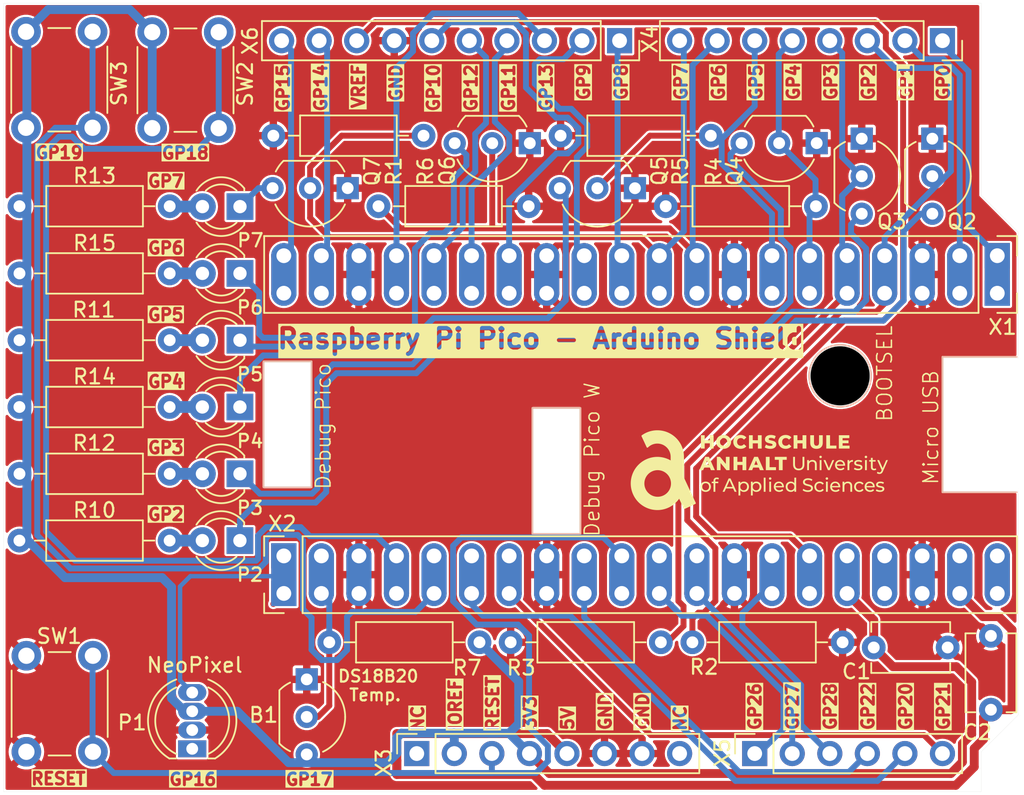
<source format=kicad_pcb>
(kicad_pcb
	(version 20240108)
	(generator "pcbnew")
	(generator_version "8.0")
	(general
		(thickness 1.6)
		(legacy_teardrops no)
	)
	(paper "A4" portrait)
	(title_block
		(title "Raspberry Pi Pico \\nArduino Shield")
		(date "2024-08-20")
		(rev "V1.1")
		(company "Hochschule Anhalt - University of Applied Sciences")
		(comment 1 "Printed Circuit Board")
		(comment 2 "Tobias Müller, M.Eng.")
		(comment 3 "Tobias Müller, M.Eng.")
		(comment 4 "PCB-Design")
		(comment 5 "ready to manufacture")
		(comment 6 "EMW | ES-LAB")
		(comment 7 "DIN 40719-2, DIN EN 60664-1,\\nDIN EN 61010-1")
		(comment 8 "EN")
	)
	(layers
		(0 "F.Cu" signal)
		(31 "B.Cu" signal)
		(32 "B.Adhes" user "B.Adhesive")
		(33 "F.Adhes" user "F.Adhesive")
		(34 "B.Paste" user)
		(35 "F.Paste" user)
		(36 "B.SilkS" user "B.Silkscreen")
		(37 "F.SilkS" user "F.Silkscreen")
		(38 "B.Mask" user)
		(39 "F.Mask" user)
		(40 "Dwgs.User" user "User.Drawings")
		(41 "Cmts.User" user "User.Comments")
		(42 "Eco1.User" user "User.Eco1")
		(43 "Eco2.User" user "User.Eco2")
		(44 "Edge.Cuts" user)
		(45 "Margin" user)
		(46 "B.CrtYd" user "B.Courtyard")
		(47 "F.CrtYd" user "F.Courtyard")
		(48 "B.Fab" user)
		(49 "F.Fab" user)
		(50 "User.1" user)
		(51 "User.2" user)
		(52 "User.3" user)
		(53 "User.4" user)
		(54 "User.5" user)
		(55 "User.6" user)
		(56 "User.7" user)
		(57 "User.8" user)
		(58 "User.9" user)
	)
	(setup
		(stackup
			(layer "F.SilkS"
				(type "Top Silk Screen")
			)
			(layer "F.Paste"
				(type "Top Solder Paste")
			)
			(layer "F.Mask"
				(type "Top Solder Mask")
				(thickness 0.01)
			)
			(layer "F.Cu"
				(type "copper")
				(thickness 0.035)
			)
			(layer "dielectric 1"
				(type "core")
				(thickness 1.51)
				(material "FR4")
				(epsilon_r 4.5)
				(loss_tangent 0.02)
			)
			(layer "B.Cu"
				(type "copper")
				(thickness 0.035)
			)
			(layer "B.Mask"
				(type "Bottom Solder Mask")
				(thickness 0.01)
			)
			(layer "B.Paste"
				(type "Bottom Solder Paste")
			)
			(layer "B.SilkS"
				(type "Bottom Silk Screen")
			)
			(copper_finish "None")
			(dielectric_constraints no)
		)
		(pad_to_mask_clearance 0)
		(allow_soldermask_bridges_in_footprints no)
		(aux_axis_origin 79.0696 158.3534)
		(pcbplotparams
			(layerselection 0x00010e0_ffffffff)
			(plot_on_all_layers_selection 0x0000000_00000000)
			(disableapertmacros no)
			(usegerberextensions no)
			(usegerberattributes yes)
			(usegerberadvancedattributes yes)
			(creategerberjobfile yes)
			(dashed_line_dash_ratio 12.000000)
			(dashed_line_gap_ratio 3.000000)
			(svgprecision 4)
			(plotframeref no)
			(viasonmask no)
			(mode 1)
			(useauxorigin no)
			(hpglpennumber 1)
			(hpglpenspeed 20)
			(hpglpendiameter 15.000000)
			(pdf_front_fp_property_popups yes)
			(pdf_back_fp_property_popups yes)
			(dxfpolygonmode yes)
			(dxfimperialunits yes)
			(dxfusepcbnewfont yes)
			(psnegative no)
			(psa4output no)
			(plotreference yes)
			(plotvalue yes)
			(plotfptext yes)
			(plotinvisibletext no)
			(sketchpadsonfab no)
			(subtractmaskfromsilk no)
			(outputformat 1)
			(mirror no)
			(drillshape 0)
			(scaleselection 1)
			(outputdirectory "../Build/")
		)
	)
	(net 0 "")
	(net 1 "GP0")
	(net 2 "GP1")
	(net 3 "GND")
	(net 4 "GP2")
	(net 5 "GP3")
	(net 6 "GP4")
	(net 7 "GP5")
	(net 8 "GP6")
	(net 9 "GP7")
	(net 10 "GP8")
	(net 11 "GP9")
	(net 12 "GP10")
	(net 13 "GP11")
	(net 14 "GP12")
	(net 15 "GP13")
	(net 16 "GP14")
	(net 17 "GP15")
	(net 18 "GP16")
	(net 19 "GP17")
	(net 20 "GP18")
	(net 21 "GP19")
	(net 22 "GP20")
	(net 23 "GP21")
	(net 24 "GP22")
	(net 25 "RUN")
	(net 26 "GP26")
	(net 27 "GP27")
	(net 28 "GP28")
	(net 29 "VREF")
	(net 30 "+3V3")
	(net 31 "unconnected-(X2-Pin_17-Pad17)")
	(net 32 "unconnected-(X3-Pin_1-Pad1)")
	(net 33 "unconnected-(X3-Pin_8-Pad8)")
	(net 34 "+5V")
	(net 35 "unconnected-(P1-DOUT-Pad1)")
	(net 36 "unconnected-(X2-Pin_20-Pad20)_1")
	(net 37 "Net-(P2-K)")
	(net 38 "Net-(P2-A)")
	(net 39 "Net-(P3-K)")
	(net 40 "Net-(P3-A)")
	(net 41 "Net-(P4-K)")
	(net 42 "Net-(P4-A)")
	(net 43 "Net-(P5-K)")
	(net 44 "Net-(P5-A)")
	(net 45 "Net-(P6-K)")
	(net 46 "Net-(P6-A)")
	(net 47 "Net-(P7-K)")
	(net 48 "Net-(P7-A)")
	(net 49 "unconnected-(X2-Pin_20-Pad20)")
	(net 50 "unconnected-(X2-Pin_20-Pad20)_2")
	(net 51 "unconnected-(X2-Pin_20-Pad20)_3")
	(net 52 "unconnected-(X2-Pin_17-Pad17)_1")
	(net 53 "unconnected-(X2-Pin_17-Pad17)_2")
	(net 54 "unconnected-(X2-Pin_17-Pad17)_3")
	(footprint "Package_TO_SOT_THT:TO-92_Inline_Wide" (layer "F.Cu") (at 99.568 150.749 -90))
	(footprint "Package_TO_SOT_THT:TO-92_Inline_Wide" (layer "F.Cu") (at 121.7686 117.5044 180))
	(footprint "LED_THT:LED_D3.0mm" (layer "F.Cu") (at 95.0528 127.7914 180))
	(footprint "Connector_PinSocket_2.54mm:PinSocket_1x06_P2.54mm_Vertical" (layer "F.Cu") (at 129.8696 155.7694 90))
	(footprint "Resistor_THT:R_Axial_DIN0207_L6.3mm_D2.5mm_P10.16mm_Horizontal" (layer "F.Cu") (at 123.5212 148.2384 180))
	(footprint "Resistor_THT:R_Axial_DIN0207_L6.3mm_D2.5mm_P10.16mm_Horizontal" (layer "F.Cu") (at 80.138 118.7236))
	(footprint "Pico Adapter:Raspberry Pi Pico Header" (layer "F.Cu") (at 98.0186 144.9319 90))
	(footprint "LED_THT:LED_D3.0mm" (layer "F.Cu") (at 95.0478 132.3126 180))
	(footprint "LED_THT:LED_D3.0mm" (layer "F.Cu") (at 95.0528 123.2702 180))
	(footprint "Capacitor_THT:C_Disc_D5.1mm_W3.2mm_P5.00mm" (layer "F.Cu") (at 145.8468 152.8026 90))
	(footprint "Button_Switch_THT:SW_PUSH_6mm_H5mm" (layer "F.Cu") (at 89.1148 113.4392 90))
	(footprint "Resistor_THT:R_Axial_DIN0207_L6.3mm_D2.5mm_P10.16mm_Horizontal" (layer "F.Cu") (at 80.133 132.3126))
	(footprint "Resistor_THT:R_Axial_DIN0207_L6.3mm_D2.5mm_P10.16mm_Horizontal" (layer "F.Cu") (at 80.133 141.355))
	(footprint "Resistor_THT:R_Axial_DIN0207_L6.3mm_D2.5mm_P10.16mm_Horizontal" (layer "F.Cu") (at 80.138 127.7914))
	(footprint "Resistor_THT:R_Axial_DIN0207_L6.3mm_D2.5mm_P10.16mm_Horizontal" (layer "F.Cu") (at 111.253 148.2384 180))
	(footprint "Resistor_THT:R_Axial_DIN0207_L6.3mm_D2.5mm_P10.16mm_Horizontal" (layer "F.Cu") (at 125.6548 148.2384))
	(footprint "Resistor_THT:R_Axial_DIN0207_L6.3mm_D2.5mm_P10.16mm_Horizontal" (layer "F.Cu") (at 107.4684 113.9484 180))
	(footprint "LED_THT:LED_D3.0mm" (layer "F.Cu") (at 95.0528 118.749 180))
	(footprint "LED_THT:LED_D3.0mm" (layer "F.Cu") (at 95.0478 141.355 180))
	(footprint "Pico Adapter:Raspberry Pi Pico" (layer "F.Cu") (at 96.648 144.0024))
	(footprint "Connector_PinSocket_2.54mm:PinSocket_1x10_P2.54mm_Vertical" (layer "F.Cu") (at 120.7278 107.5184 -90))
	(footprint "Connector_PinSocket_2.54mm:PinSocket_1x08_P2.54mm_Vertical" (layer "F.Cu") (at 107.0106 155.7694 90))
	(footprint "Pico Adapter:Arduino Shield" (layer "F.Cu") (at 79.0696 158.3534))
	(footprint "Resistor_THT:R_Axial_DIN0207_L6.3mm_D2.5mm_P10.16mm_Horizontal" (layer "F.Cu") (at 134.0114 118.7236 180))
	(footprint "Package_TO_SOT_THT:TO-92_Inline_Wide"
		(layer "F.Cu")
		(uuid "9714a2a0-66cb-470e-b2d7-110303aeed91")
		(at 102.3376 117.5 180)
		(descr "TO-92 leads in-line, wide, drill 0.75mm (see NXP sot054_po.pdf)")
		(tags "to-92 sc-43 sc-43a sot54 PA33 transistor")
		(property "Reference" "Q7"
			(at -1.651 1.1386 90)
			(layer "F.SilkS")
			(uuid "062480bb-69c1-4f11-b6c8-09aa8c3dc761")
			(effects
				(font
					(size 1 1)
					(thickness 0.15)
				)
			)
		)
		(property "Value" "2N7000"
			(at 2.6924 5.5582 0)
			(layer "F.Fab")
			(uuid "698cc1b8-29d8-4be8-b2e0-98a0758ea4b5")
			(effects
				(font
					(size 1 1)
					(thickness 0.15)
				)
			)
		)
		(property "Footprint" "Package_TO_SOT_THT:TO-92_Inline_Wide"
			(at 0 0 180)
			(layer "F.Fab")
			(hide yes)
			(uuid "e72f1d58-c814-4e0a-bb88-c1caa8663451")
			(effects
				(font
					(size 1.27 1.27)
					(thickness 0.15)
				)
			)
		)
		(property "Datasheet" "https://www.mouser.de/datasheet/2/308/NDS7002A_D-1522662.pdf"
			(at 0 0 180)
			(layer "F.Fab")
			(hide yes)
			(uuid "d6db777f-622e-454a-8397-484bf6403a4d")
			(effects
				(font
					(size 1.27 1.27)
					(thickness 0.15)
				)
			)
		)
		(property "Description" ""
			(at 0 0 180)
			(layer "F.Fab")
			(hide yes)
			(uuid "0a9124d3-d553-46dc-84e5-7d5c774f061d")
			(effects
				(font
					(size 1.27 1.27)
					(thickness 0.15)
				)
			)
		)
		(property "Hersteller-Nr." "2N7000BU"
			(at 204.6752 235 0)
			(layer "F.Fab")
			(hide yes)
			(uuid "c4cd25e4-a5d5-406b-aacb-7ea7c8048361")
			(effects
				(font
					(size 1 1)
					(thickness 0.15)
				)
			)
		)
		(property "Mouser-Nr." "512-2N7000BU"
			(at 204.6752 235 0)
			(layer "F.Fab")
			(hide yes)
			(uuid "a84aa3d3-4cd1-47e0-872b-e2ce940ce9e3")
			(effects
				(font
					(size 1 1)
					(thickness 0.15)
				)
			)
		)
		(property ki_fp_filters "TO?92*")
		(path "/ae6f0cea-8fed-4b6c-ae65-b8557bcb9ec9")
		(sheetname "Stammblatt")
		(sheetfile "Pico_Adapter.kicad_sch")
		(attr through_hole)
		(fp_line
			(start 0.74 1.85)
			(end 4.34 1.85)
			(stroke
				(width 0.12)
				(type solid)
			)
			(layer "F.SilkS")
			(uuid "583d1a72-059a-4a09-ac2c-565d228b4358")
		)
		(fp_arc
			(start 4.864184 1.122795)
			(mid 4.633903 1.509328)
			(end 4.34 1.85)
			(stroke
				(width 0.12)
				(type solid)
			)
			(layer "F.SilkS")
			(uuid "489c53c0-0e46-4b05-81b2-bedbe5848baf")
		)
		(fp_arc
			(start 2.54 -2.6)
			(mid 3.936979 -2.192818)
			(end 4.8964 -1.098807)
			(stroke
				(width 0.12)
				(type solid)
			)
			(layer "F.SilkS")
			(uuid "a712bc60-8c40-4c1a-963d-7483c55cf402")
		)
		(fp_arc
			(start 0.74 1.85)
			(mid 0.446097 1.509328)
			(end 0.215816 1.122795)
			(stroke
				(width 0.12)
				(type solid)
			)
			(layer "F.SilkS")
			(uuid "5857042d-797b-4f8b-8d9b-597e796cda6a")
		)
		(fp_arc
			(start 0.1836 -1.098807)
			(mid 1.143021 -2.192817)
			(end 2.54 -2.6)
			(stroke
				(width 0.12)
				(type solid)
			)
			(layer "F.SilkS")
			(uuid "644acf58-5036-4621-8752-ca81983dd31f")
		)
		(fp_line
			(start 6.09 2.01)
			(end 6.09 -2.73)
			(stroke
				(width 0.05)
				(type solid)
			)
			(layer "F.CrtYd")
			(uuid "9611452b-1e03-48ed-ac56-ff7b65b9705a")
		)
		(fp_line
			(start 6.09 2.01)
			(end -1.01 2.01)
			(stroke
				(width 0.05)
				(type solid)
			)
			(layer "F.CrtYd")
			(uuid "6418249c-ad79-4df2-afd9-6007ecc6ebe1")
		)
		(fp_line
			(start -1.01 -2.73)
			(end 6.09 -2.73)
			(stroke
				(width 0.05)
				(type solid)
			)
			(layer "F.CrtYd")
			(uuid "9efdb88e-d3fb-4f57-9741-8a8d3351ada3")
		)
		(fp_line
			(start -1.01 -2.73)
			(end -1.01 2.01)
			(stroke
				(width 0.05)
				(type solid)
			)
			(layer "F.CrtYd")
			(uuid "4ef3cffb-b985-4890-b539-b9b764afecd6")
		)
		(fp_line
			(start 0.8 1.75)
			(end 4.3 1.75)
			(stroke
				(width 0.1)
				(type solid)
			)
			(layer "F.Fab")
			(uuid "650375cd-583e-4abd-9b07-324eed83e25b")
		)
		(fp_arc
			(start 2.54 -2.48)
			(mid 4.831221 -0.949055)
			(end 4.293625 1.753625)
			(stroke
				(width 0.1)
				(type solid)
			)
			(layer "F.Fab")
			(uuid "f211642d-9bd5-44fb-8def-dfe12f4de985")
		)
		(fp_arc
			(start 0.786375 1.753625)
			(mid 0.248779 -0.949055)
			(end 2.54 -2.48)
			(stroke
				(width 0.1)
				(type solid)
			)
			(layer "F.Fab")
			(uuid "d77a37c6-05fc-4799-a363-6faaae55217a")
		)
		(fp_text user "${REFERENCE}"
			(at -1.651 1.1386 90)
			(layer "F.Fab")
			(u
... [804329 chars truncated]
</source>
